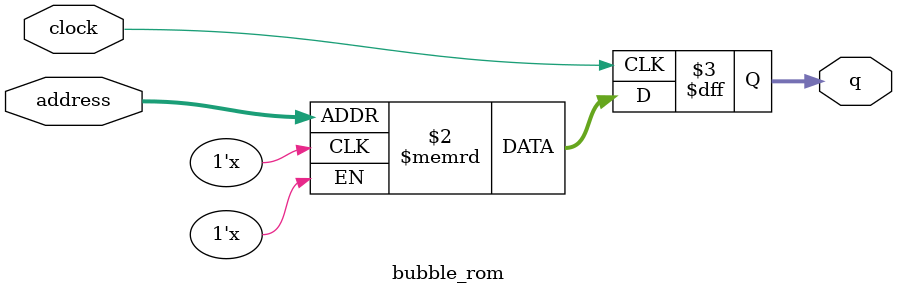
<source format=sv>
module bubble_rom (
	input logic clock,
	input logic [16:0] address,
	output logic [5:0] q
);

logic [5:0] memory [0:76799] /* synthesis ram_init_file = "./bubble/bubble.mif" */;

always_ff @ (posedge clock) begin
	q <= memory[address];
end

endmodule

</source>
